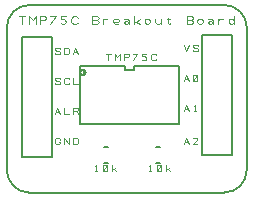
<source format=gbr>
%FSLAX23Y23*%
%MOIN*%
G04 EasyPC Gerber Version 18.0.1 Build 3581 *
%ADD16C,0.00100*%
%ADD92C,0.00200*%
%ADD14C,0.00500*%
%ADD11C,0.00600*%
X0Y0D02*
D02*
D11*
X195Y545D02*
Y145D01*
X295*
Y545*
X195*
X469Y123D02*
X481D01*
Y177D02*
X469D01*
X643Y123D02*
X656D01*
Y177D02*
X643D01*
X895Y150D02*
Y550D01*
X795*
Y150*
X895*
D02*
D14*
X399Y434D02*
G75*
G03Y416J-9D01*
G01*
G75*
G03Y434J9*
G01*
G36*
G75*
G03Y416J-9*
G01*
G75*
G03Y434J9*
G01*
G37*
X720Y448D02*
Y252D01*
X390*
Y448*
X540*
Y433*
X570*
Y448*
X720*
X870Y650D02*
G75*
G02X945Y575J-75D01*
G01*
Y100*
G75*
G02X870Y25I-75*
G01*
X220*
G75*
G02X145Y100J75*
G01*
Y575*
G75*
G02X220Y650I75*
G01*
X870*
D02*
D16*
X318Y195D02*
X324D01*
Y193*
X322Y189*
X320Y188*
X316Y186*
X313*
X309Y188*
X307Y189*
X305Y193*
Y201*
X307Y204*
X309Y206*
X313Y208*
X316*
X320Y206*
X322Y204*
X324Y201*
X335Y186D02*
Y208D01*
X354Y186*
Y208*
X365Y186D02*
Y208D01*
X376*
X380Y206*
X382Y204*
X384Y201*
Y193*
X382Y189*
X380Y188*
X376Y186*
X365*
X305Y286D02*
X314Y308D01*
X324Y286*
X309Y295D02*
X320D01*
X335Y308D02*
Y286D01*
X354*
X365D02*
Y308D01*
X378*
X382Y306*
X384Y303*
X382Y299*
X378Y297*
X365*
X378D02*
X384Y286D01*
X305Y391D02*
X307Y388D01*
X311Y386*
X318*
X322Y388*
X324Y391*
X322Y395*
X318Y397*
X311*
X307Y399*
X305Y403*
X307Y406*
X311Y408*
X318*
X322Y406*
X324Y403*
X354Y389D02*
X352Y388D01*
X348Y386*
X343*
X339Y388*
X337Y389*
X335Y393*
Y401*
X337Y404*
X339Y406*
X343Y408*
X348*
X352Y406*
X354Y404*
X365Y408D02*
Y386D01*
X384*
X305Y491D02*
X307Y488D01*
X311Y486*
X318*
X322Y488*
X324Y491*
X322Y495*
X318Y497*
X311*
X307Y499*
X305Y502*
X307Y506*
X311Y508*
X318*
X322Y506*
X324Y502*
X335Y486D02*
Y508D01*
X346*
X350Y506*
X352Y504*
X354Y501*
Y493*
X352Y489*
X350Y488*
X346Y486*
X335*
X365D02*
X374Y508D01*
X384Y486*
X369Y495D02*
X380D01*
X439Y96D02*
X446D01*
X443D02*
Y118D01*
X439Y114*
X467Y98D02*
X471Y96D01*
X474*
X478Y98*
X480Y101*
Y113*
X478Y116*
X474Y118*
X471*
X467Y116*
X465Y113*
Y101*
X467Y98*
X478Y116*
X495Y96D02*
Y118D01*
Y103D02*
X501D01*
X510Y111*
X501Y103D02*
X510Y96D01*
X484Y466D02*
Y488D01*
X475D02*
X494D01*
X505Y466D02*
Y488D01*
X514Y477*
X524Y488*
Y466*
X535D02*
Y488D01*
X548*
X552Y486*
X554Y483*
X552Y479*
X548Y477*
X535*
X565Y466D02*
X580Y488D01*
X565*
X595Y468D02*
X599Y466D01*
X604*
X608Y468*
X610Y471*
Y473*
X608Y477*
X604Y479*
X595*
Y488*
X610*
X644Y469D02*
X642Y468D01*
X638Y466*
X632*
X629Y468*
X627Y469*
X625Y473*
Y481*
X627Y484*
X629Y486*
X632Y488*
X638*
X642Y486*
X644Y484*
X619Y96D02*
X626D01*
X623D02*
Y118D01*
X619Y114*
X647Y98D02*
X651Y96D01*
X654*
X658Y98*
X660Y101*
Y113*
X658Y116*
X654Y118*
X651*
X647Y116*
X645Y113*
Y101*
X647Y98*
X658Y116*
X675Y96D02*
Y118D01*
Y103D02*
X681D01*
X690Y111*
X681Y103D02*
X690Y96D01*
X735Y186D02*
X744Y208D01*
X754Y186*
X739Y195D02*
X750D01*
X780Y186D02*
X765D01*
X778Y199*
X780Y203*
X778Y206*
X774Y208*
X769*
X765Y206*
X735Y296D02*
X744Y318D01*
X754Y296*
X739Y305D02*
X750D01*
X769Y296D02*
X776D01*
X773D02*
Y318D01*
X769Y314*
X735Y396D02*
X744Y418D01*
X754Y396*
X739Y405D02*
X750D01*
X767Y398D02*
X771Y396D01*
X774*
X778Y398*
X780Y401*
Y413*
X778Y416*
X774Y418*
X771*
X767Y416*
X765Y413*
Y401*
X767Y398*
X778Y416*
X735Y518D02*
X744Y496D01*
X754Y518*
X765Y501D02*
X767Y498D01*
X771Y496*
X778*
X782Y498*
X784Y501*
X782Y505*
X778Y507*
X771*
X767Y509*
X765Y513*
X767Y516*
X771Y518*
X778*
X782Y516*
X784Y513*
D02*
D92*
X196Y587D02*
Y613D01*
X185D02*
X207D01*
X220Y587D02*
Y613D01*
X231Y600*
X242Y613*
Y587*
X255D02*
Y613D01*
X270*
X275Y611*
X277Y606*
X275Y602*
X270Y600*
X255*
X290Y587D02*
X308Y613D01*
X290*
X325Y589D02*
X329Y587D01*
X336*
X340Y589*
X343Y593*
Y595*
X340Y600*
X336Y602*
X325*
Y613*
X343*
X382Y591D02*
X380Y589D01*
X375Y587*
X369*
X364Y589*
X362Y591*
X360Y595*
Y604*
X362Y608*
X364Y611*
X369Y613*
X375*
X380Y611*
X382Y608*
X445Y600D02*
X450Y598D01*
X452Y593*
X450Y589*
X445Y587*
X430*
Y613*
X445*
X450Y611*
X452Y606*
X450Y602*
X445Y600*
X430*
X465Y587D02*
Y604D01*
Y598D02*
X467Y602D01*
X472Y604*
X476*
X480Y602*
X518Y589D02*
X515Y587D01*
X511*
X507*
X502Y589*
X500Y593*
Y600*
X502Y602*
X507Y604*
X511*
X515Y602*
X518Y600*
Y598*
X515Y595*
X511Y593*
X507*
X502Y595*
X500Y598*
X535Y602D02*
X539Y604D01*
X546*
X550Y602*
X553Y598*
Y591*
X550Y589*
X546Y587*
X542*
X537Y589*
X535Y591*
Y593*
X537Y595*
X542Y598*
X546*
X550Y595*
X553Y593*
Y591D02*
Y587D01*
X570D02*
Y613D01*
Y595D02*
X577D01*
X588Y604*
X577Y595D02*
X588Y587D01*
X605Y593D02*
X607Y589D01*
X612Y587*
X616*
X620Y589*
X623Y593*
Y598*
X620Y602*
X616Y604*
X612*
X607Y602*
X605Y598*
Y593*
X640Y604D02*
Y593D01*
X642Y589*
X647Y587*
X651*
X655Y589*
X658Y593*
Y604D02*
Y587D01*
X679Y604D02*
X688D01*
X684Y608D02*
Y589D01*
X686Y587*
X688*
X690Y589*
X760Y600D02*
X765Y598D01*
X767Y593*
X765Y589*
X760Y587*
X745*
Y613*
X760*
X765Y611*
X767Y606*
X765Y602*
X760Y600*
X745*
X780Y593D02*
X782Y589D01*
X787Y587*
X791*
X795Y589*
X798Y593*
Y598*
X795Y602*
X791Y604*
X787*
X782Y602*
X780Y598*
Y593*
X815Y602D02*
X819Y604D01*
X826*
X830Y602*
X833Y598*
Y591*
X830Y589*
X826Y587*
X822*
X817Y589*
X815Y591*
Y593*
X817Y595*
X822Y598*
X826*
X830Y595*
X833Y593*
Y591D02*
Y587D01*
X850D02*
Y604D01*
Y598D02*
X852Y602D01*
X857Y604*
X861*
X865Y602*
X903Y598D02*
X900Y602D01*
X896Y604*
X892*
X887Y602*
X885Y598*
Y593*
X887Y589*
X892Y587*
X896*
X900Y589*
X903Y593*
Y587D02*
Y613D01*
X0Y0D02*
M02*

</source>
